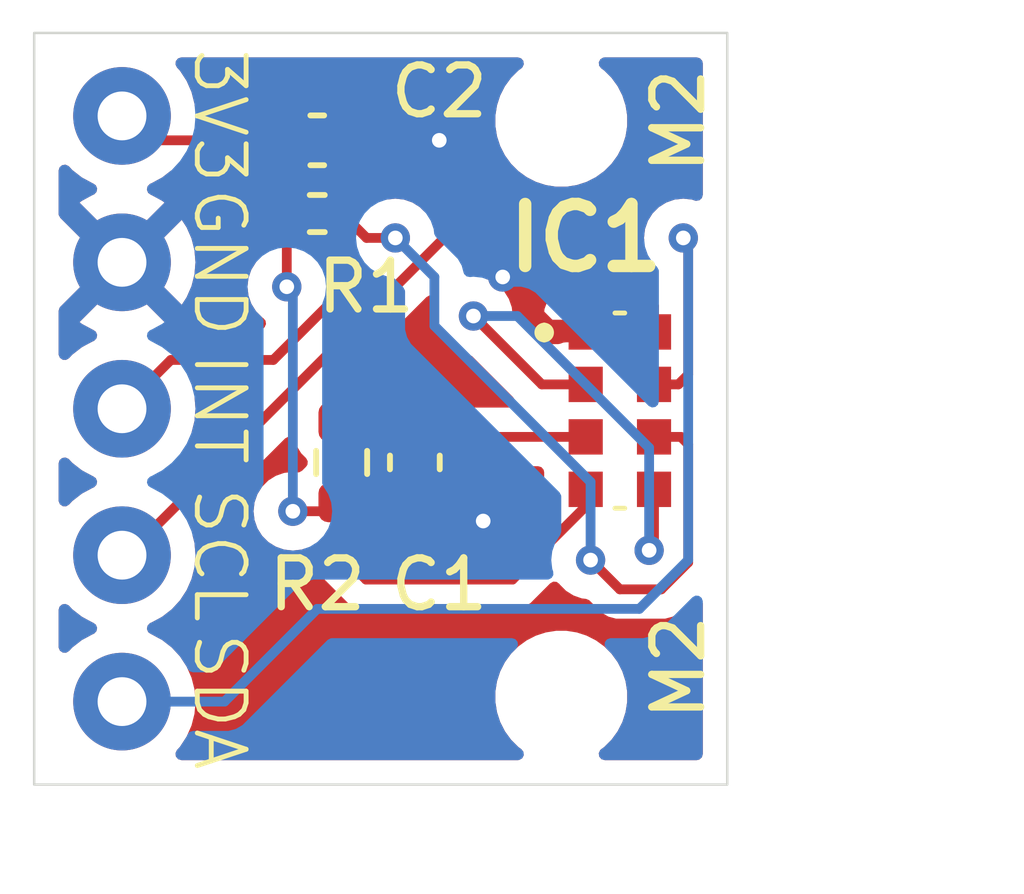
<source format=kicad_pcb>
(kicad_pcb (version 20240108) (generator "pcbnew") (generator_version "8.0")
  (layers (0 "F.Cu" jumper) (31 "B.Cu" power) (34 "B.Paste" user) (35 "F.Paste" user) (36 "B.SilkS" user "B.Silkscreen") (37 "F.SilkS" user "F.Silkscreen") (38 "B.Mask" user) (39 "F.Mask" user) (44 "Edge.Cuts" user))
  (net 0 "")
  (net 1 "Net-(IC1-A)")
  (net 2 "Net-(IC1-VDD)")
  (net 3 "Net-(IC1-K(LED))")
  (net 4 "Net-(IC1-SDAT)")
  (net 5 "Net-(IC1-SCLK)")
  (net 6 "Net-(IC1-INT)")
  (net 7 "GND")
  (footprint "Resistor_SMD:R_0603_1608Metric" (layer "F.Cu") (at 126.5 98.6 -90)
    (property "Reference" "R2" (at 2.5 0.5 180) (layer "F.SilkS"))
    (property "Value" "22")
    (fp_line (start -0.237258 0.5225) (end 0.237258 0.5225) (stroke (width 0.12)) (layer "F.SilkS"))
    (fp_line (start -0.237258 -0.5225) (end 0.237258 -0.5225) (stroke (width 0.12)) (layer "F.SilkS"))
    (pad "1" smd roundrect (at -0.825 0 270) (size 0.8 0.95) (layers "F.Cu" "F.Paste" "F.Mask") (net 2 "Net-(IC1-VDD)"))
    (pad "2" smd roundrect (at 0.825 0 270) (size 0.8 0.95) (layers "F.Cu" "F.Paste" "F.Mask") (net 1 "Net-(IC1-A)"))
  )
  (footprint "MountingHole:MountingHole_2.2mm_M2" (layer "F.Cu") (at 131 91.6)
    (property "Reference" "M2" (at 2.4 0 90) (layer "F.SilkS"))
    (property "Value" "MountingHole_2.2mm_M2")
    (pad "" np_thru_hole circle (at 0 0) (size 2.2 2.2) (drill 2.2) (layers "*.Cu" "*.Mask"))
  )
  (footprint "SamacSys_Parts:VCNL4040M3OE" (layer "F.Cu") (at 132.2 97.538 180)
    (property "Reference" "IC1" (at 0.7 3.538 180) (layer "F.SilkS") (effects (font (size 1.27 1.27) (thickness 0.254))))
    (property "Value" "VCNL4040M3OE" (hide yes))
    (fp_line (start 1.55 1.7) (end 1.55 1.7) (stroke (width 0.2)) (layer "F.SilkS"))
    (fp_line (start 1.55 1.5) (end 1.55 1.5) (stroke (width 0.2)) (layer "F.SilkS"))
    (fp_line (start -0.1 2) (end 0.1 2) (stroke (width 0.1)) (layer "F.SilkS"))
    (fp_line (start -0.1 -2) (end 0.1 -2) (stroke (width 0.1)) (layer "F.SilkS"))
    (fp_arc (start 1.55 1.7) (mid 1.45 1.6) (end 1.55 1.5) (stroke (width 0.2)) (layer "F.SilkS"))
    (fp_arc (start 1.55 1.5) (mid 1.65 1.6) (end 1.55 1.7) (stroke (width 0.2)) (layer "F.SilkS"))
    (pad "1" smd rect (at 0.7 1.612 180) (size 0.7 0.725) (layers "F.Cu" "F.Paste" "F.Mask") (net 7 "GND"))
    (pad "2" smd rect (at 0.7 0.537 180) (size 0.7 0.725) (layers "F.Cu" "F.Paste" "F.Mask") (net 3 "Net-(IC1-K(LED))"))
    (pad "3" smd rect (at 0.7 -0.538 180) (size 0.7 0.725) (layers "F.Cu" "F.Paste" "F.Mask") (net 2 "Net-(IC1-VDD)"))
    (pad "4" smd rect (at 0.7 -1.613 180) (size 0.7 0.725) (layers "F.Cu" "F.Paste" "F.Mask") (net 1 "Net-(IC1-A)"))
    (pad "5" smd rect (at -0.7 -1.613 180) (size 0.7 0.725) (layers "F.Cu" "F.Paste" "F.Mask") (net 3 "Net-(IC1-K(LED))"))
    (pad "6" smd rect (at -0.7 -0.538 180) (size 0.7 0.725) (layers "F.Cu" "F.Paste" "F.Mask") (net 6 "Net-(IC1-INT)"))
    (pad "7" smd rect (at -0.7 0.537 180) (size 0.7 0.725) (layers "F.Cu" "F.Paste" "F.Mask") (net 4 "Net-(IC1-SDAT)"))
    (pad "8" smd rect (at -0.7 1.612 180) (size 0.7 0.725) (layers "F.Cu" "F.Paste" "F.Mask") (net 5 "Net-(IC1-SCLK)"))
  )
  (footprint "Holes:Soldering_Holes_1mmH_2mmPad" (layer "F.Cu") (at 122 100.5)
    (property "Reference" "SCL" (at 2 0 -90) (layer "F.SilkS") (effects (font (thickness 0.1))))
    (property "Value" "SCL")
    (pad "1" thru_hole circle (at 0 0) (size 2 2) (drill 1) (layers "*.Cu" "*.Mask") (net 5 "Net-(IC1-SCLK)") (clearance 0.5))
  )
  (footprint "Holes:Soldering_Holes_1mmH_2mmPad" (layer "F.Cu") (at 122 103.5)
    (property "Reference" "SDA" (at 2 0 -90) (layer "F.SilkS") (effects (font (thickness 0.1))))
    (property "Value" "SDA")
    (pad "1" thru_hole circle (at 0 0) (size 2 2) (drill 1) (layers "*.Cu" "*.Mask") (net 4 "Net-(IC1-SDAT)") (clearance 0.5))
  )
  (footprint "Holes:Soldering_Holes_1mmH_2mmPad" (layer "F.Cu") (at 122 91.5)
    (property "Reference" "3V3" (at 2 0 -90) (layer "F.SilkS") (effects (font (thickness 0.1))))
    (property "Value" "+3.3V")
    (pad "1" thru_hole circle (at 0 0) (size 2 2) (drill 1) (layers "*.Cu" "*.Mask") (net 1 "Net-(IC1-A)") (clearance 0.5))
  )
  (footprint "Capacitor_SMD:C_0603_1608Metric" (layer "F.Cu") (at 128 98.6 -90)
    (property "Reference" "C1" (at 2.5 -0.5 180) (layer "F.SilkS"))
    (property "Value" "0.1uF")
    (fp_line (start -0.14058 0.51) (end 0.14058 0.51) (stroke (width 0.12)) (layer "F.SilkS"))
    (fp_line (start -0.14058 -0.51) (end 0.14058 -0.51) (stroke (width 0.12)) (layer "F.SilkS"))
    (pad "1" smd roundrect (at -0.775 0 270) (size 0.9 0.95) (layers "F.Cu" "F.Paste" "F.Mask") (net 2 "Net-(IC1-VDD)"))
    (pad "2" smd roundrect (at 0.775 0 270) (size 0.9 0.95) (layers "F.Cu" "F.Paste" "F.Mask") (net 7 "GND"))
  )
  (footprint "MountingHole:MountingHole_2.2mm_M2" (layer "F.Cu") (at 131 103.4)
    (property "Reference" "M2" (at 2.4 -0.6 90) (layer "F.SilkS"))
    (property "Value" "MountingHole_2.2mm_M2")
    (pad "" np_thru_hole circle (at 0 0) (size 2.2 2.2) (drill 2.2) (layers "*.Cu" "*.Mask"))
  )
  (footprint "Capacitor_SMD:C_0603_1608Metric" (layer "F.Cu") (at 126 92)
    (property "Reference" "C2" (at 2.5 -1 180) (layer "F.SilkS"))
    (property "Value" "2.2uF")
    (fp_line (start -0.14058 -0.51) (end 0.14058 -0.51) (stroke (width 0.12)) (layer "F.SilkS"))
    (fp_line (start -0.14058 0.51) (end 0.14058 0.51) (stroke (width 0.12)) (layer "F.SilkS"))
    (pad "1" smd roundrect (at -0.775 0) (size 0.9 0.95) (layers "F.Cu" "F.Paste" "F.Mask") (net 1 "Net-(IC1-A)"))
    (pad "2" smd roundrect (at 0.775 0) (size 0.9 0.95) (layers "F.Cu" "F.Paste" "F.Mask") (net 7 "GND"))
  )
  (footprint "Holes:Soldering_Holes_1mmH_2mmPad" (layer "F.Cu") (at 122 94.5)
    (property "Reference" "GND" (at 2 0 -90) (layer "F.SilkS") (effects (font (thickness 0.1))))
    (property "Value" "GND")
    (pad "1" thru_hole circle (at 0 0) (size 2 2) (drill 1) (layers "*.Cu" "*.Mask") (net 7 "GND") (clearance 0.5))
  )
  (footprint "Holes:Soldering_Holes_1mmH_2mmPad" (layer "F.Cu") (at 122 97.5)
    (property "Reference" "INT" (at 2 0 -90) (layer "F.SilkS") (effects (font (thickness 0.1))))
    (property "Value" "INT1")
    (pad "1" thru_hole circle (at 0 0) (size 2 2) (drill 1) (layers "*.Cu" "*.Mask") (net 6 "Net-(IC1-INT)") (clearance 0.5))
  )
  (footprint "Resistor_SMD:R_0402_1005Metric" (layer "F.Cu") (at 126 93.5)
    (property "Reference" "R1" (at 1 1.5 0) (layer "F.SilkS"))
    (property "Value" "8.2k")
    (fp_line (start -0.153641 -0.38) (end 0.153641 -0.38) (stroke (width 0.12)) (layer "F.SilkS"))
    (fp_line (start -0.153641 0.38) (end 0.153641 0.38) (stroke (width 0.12)) (layer "F.SilkS"))
    (pad "1" smd roundrect (at -0.51 0) (size 0.54 0.64) (layers "F.Cu" "F.Paste" "F.Mask") (net 1 "Net-(IC1-A)"))
    (pad "2" smd roundrect (at 0.51 0) (size 0.54 0.64) (layers "F.Cu" "F.Paste" "F.Mask") (net 6 "Net-(IC1-INT)"))
  )
  (gr_rect (start 120.2 89.8) (end 134.4 105.2) (stroke (width 0.05)) (fill none) (layer "Edge.Cuts"))
  (segment (start 131.5 99.5) (end 131.5 99.151) (width 0.2) (layer "F.Cu") (net 1))
  (segment (start 125.225 92) (end 125.49 92.265) (width 0.2) (layer "F.Cu") (net 1))
  (segment (start 126.5 100.5) (end 127 101) (width 0.2) (layer "F.Cu") (net 1))
  (segment (start 125.49 92.265) (end 125.49 93.5) (width 0.2) (layer "F.Cu") (net 1))
  (segment (start 125.375735 93.614265) (end 125.49 93.5) (width 0.2) (layer "F.Cu") (net 1))
  (segment (start 122 91.5) (end 122.5 92) (width 0.2) (layer "F.Cu") (net 1))
  (segment (start 126.5 99.425) (end 126.5 100.5) (width 0.2) (layer "F.Cu") (net 1))
  (segment (start 130 101) (end 131.5 99.5) (width 0.2) (layer "F.Cu") (net 1))
  (segment (start 126.325 99.6) (end 126.5 99.425) (width 0.2) (layer "F.Cu") (net 1))
  (segment (start 122.5 92) (end 125.225 92) (width 0.2) (layer "F.Cu") (net 1))
  (segment (start 125.5 99.6) (end 126.325 99.6) (width 0.2) (layer "F.Cu") (net 1))
  (segment (start 125.375735 95) (end 125.375735 93.614265) (width 0.2) (layer "F.Cu") (net 1))
  (segment (start 127 101) (end 130 101) (width 0.2) (layer "F.Cu") (net 1))
  (via (at 125.375735 95) (size 0.6) (drill 0.3) (layers "F.Cu" "B.Cu") (net 1))
  (via (at 125.5 99.6) (size 0.6) (drill 0.3) (layers "F.Cu" "B.Cu") (net 1))
  (segment (start 125.5 95.124265) (end 125.375735 95) (width 0.2) (layer "B.Cu") (net 1))
  (segment (start 125.5 99.6) (end 125.5 95.124265) (width 0.2) (layer "B.Cu") (net 1))
  (segment (start 126.55 97.825) (end 126.5 97.775) (width 0.2) (layer "F.Cu") (net 2))
  (segment (start 131.5 98.076) (end 128.251 98.076) (width 0.2) (layer "F.Cu") (net 2))
  (segment (start 128.251 98.076) (end 128 97.825) (width 0.2) (layer "F.Cu") (net 2))
  (segment (start 128 97.825) (end 126.55 97.825) (width 0.2) (layer "F.Cu") (net 2))
  (segment (start 130.601 97.001) (end 131.5 97.001) (width 0.2) (layer "F.Cu") (net 3))
  (segment (start 132.9 100.3) (end 132.9 99.151) (width 0.2) (layer "F.Cu") (net 3))
  (segment (start 132.8 100.4) (end 132.9 100.3) (width 0.2) (layer "F.Cu") (net 3))
  (segment (start 129.2 95.6) (end 130.601 97.001) (width 0.2) (layer "F.Cu") (net 3))
  (via (at 129.2 95.6) (size 0.6) (drill 0.3) (layers "F.Cu" "B.Cu") (net 3))
  (via (at 132.8 100.4) (size 0.6) (drill 0.3) (layers "F.Cu" "B.Cu") (net 3))
  (segment (start 129.2 95.6) (end 130.1 95.6) (width 0.2) (layer "B.Cu") (net 3))
  (segment (start 130.1 95.6) (end 132.8 98.3) (width 0.2) (layer "B.Cu") (net 3))
  (segment (start 132.8 98.3) (end 132.8 100.4) (width 0.2) (layer "B.Cu") (net 3))
  (segment (start 133.6 96.8) (end 133.399 97.001) (width 0.2) (layer "F.Cu") (net 4))
  (segment (start 133.399 97.001) (end 132.9 97.001) (width 0.2) (layer "F.Cu") (net 4))
  (segment (start 133.6 94.1) (end 133.6 96.8) (width 0.2) (layer "F.Cu") (net 4))
  (segment (start 133.5 94) (end 133.6 94.1) (width 0.2) (layer "F.Cu") (net 4))
  (via (at 133.5 94) (size 0.6) (drill 0.3) (layers "F.Cu" "B.Cu") (net 4))
  (segment (start 133.5 94) (end 133.6 94.1) (width 0.2) (layer "B.Cu") (net 4))
  (segment (start 126 101.6) (end 124.1 103.5) (width 0.2) (layer "B.Cu") (net 4))
  (segment (start 124.1 103.5) (end 122 103.5) (width 0.2) (layer "B.Cu") (net 4))
  (segment (start 132.6 101.6) (end 126 101.6) (width 0.2) (layer "B.Cu") (net 4))
  (segment (start 133.6 100.6) (end 132.6 101.6) (width 0.2) (layer "B.Cu") (net 4))
  (segment (start 133.6 94.1) (end 133.6 100.6) (width 0.2) (layer "B.Cu") (net 4))
  (segment (start 131.5 94) (end 128.6 94) (width 0.2) (layer "F.Cu") (net 5))
  (segment (start 122.1 100.5) (end 122 100.5) (width 0.2) (layer "F.Cu") (net 5))
  (segment (start 128.6 94) (end 122.1 100.5) (width 0.2) (layer "F.Cu") (net 5))
  (segment (start 132.9 95.926) (end 132.9 95.4) (width 0.2) (layer "F.Cu") (net 5))
  (segment (start 132.9 95.4) (end 131.5 94) (width 0.2) (layer "F.Cu") (net 5))
  (segment (start 132.2 101.2) (end 133.048529 101.2) (width 0.2) (layer "F.Cu") (net 6))
  (segment (start 126.51 95.09) (end 126.51 93.5) (width 0.2) (layer "F.Cu") (net 6))
  (segment (start 133.45 98.076) (end 132.9 98.076) (width 0.2) (layer "F.Cu") (net 6))
  (segment (start 122 97.5) (end 123 96.5) (width 0.2) (layer "F.Cu") (net 6))
  (segment (start 133.6 100.648529) (end 133.6 98.226) (width 0.2) (layer "F.Cu") (net 6))
  (segment (start 127.6 94) (end 127.01 94) (width 0.2) (layer "F.Cu") (net 6))
  (segment (start 133.6 98.226) (end 133.45 98.076) (width 0.2) (layer "F.Cu") (net 6))
  (segment (start 127.01 94) (end 126.51 93.5) (width 0.2) (layer "F.Cu") (net 6))
  (segment (start 133.048529 101.2) (end 133.6 100.648529) (width 0.2) (layer "F.Cu") (net 6))
  (segment (start 125.1 96.5) (end 126.51 95.09) (width 0.2) (layer "F.Cu") (net 6))
  (segment (start 131.6 100.6) (end 132.2 101.2) (width 0.2) (layer "F.Cu") (net 6))
  (segment (start 123 96.5) (end 125.1 96.5) (width 0.2) (layer "F.Cu") (net 6))
  (via (at 131.6 100.6) (size 0.6) (drill 0.3) (layers "F.Cu" "B.Cu") (net 6))
  (via (at 127.6 94) (size 0.6) (drill 0.3) (layers "F.Cu" "B.Cu") (net 6))
  (segment (start 131.6 99) (end 128.4 95.8) (width 0.2) (layer "B.Cu") (net 6))
  (segment (start 128.4 95.8) (end 128.4 94.8) (width 0.2) (layer "B.Cu") (net 6))
  (segment (start 128.4 94.8) (end 127.6 94) (width 0.2) (layer "B.Cu") (net 6))
  (segment (start 131.6 100.6) (end 131.6 99) (width 0.2) (layer "B.Cu") (net 6))
  (segment (start 129.4 99.8) (end 128.425 99.8) (width 0.2) (layer "F.Cu") (net 7))
  (segment (start 129.8 94.8) (end 130.926 95.926) (width 0.2) (layer "F.Cu") (net 7))
  (segment (start 126.775 92) (end 128.5 92) (width 0.2) (layer "F.Cu") (net 7))
  (segment (start 128.425 99.8) (end 128 99.375) (width 0.2) (layer "F.Cu") (net 7))
  (segment (start 130.926 95.926) (end 131.5 95.926) (width 0.2) (layer "F.Cu") (net 7))
  (via (at 129.4 99.8) (size 0.6) (drill 0.3) (layers "F.Cu" "B.Cu") (net 7))
  (via (at 128.5 92) (size 0.6) (drill 0.3) (layers "F.Cu" "B.Cu") (net 7))
  (via (at 129.8 94.8) (size 0.6) (drill 0.3) (layers "F.Cu" "B.Cu") (net 7))
  (zone (net 7) (net_name "GND") (layer "F.Cu") (connect_pads (clearance 0.5)) (min_thickness 0.25) (fill yes (thermal_gap 0.5) (thermal_bridge_width 0.5) (island_removal_mode 1) (island_area_min 10))
    (polygon (pts (xy 119.5 89.5) (xy 119.5 105.5) (xy 135.5 105.5) (xy 135.5 89.5)))
  )
  (zone (net 7) (net_name "GND") (layer "B.Cu") (priority 1) (connect_pads (clearance 0.5)) (min_thickness 0.25) (fill yes (thermal_gap 0.5) (thermal_bridge_width 0.5) (island_removal_mode 1) (island_area_min 10))
    (polygon (pts (xy 119.5 89.5) (xy 119.5 105.5) (xy 135.5 105.5) (xy 135.5 89.5)))
  )
)
</source>
